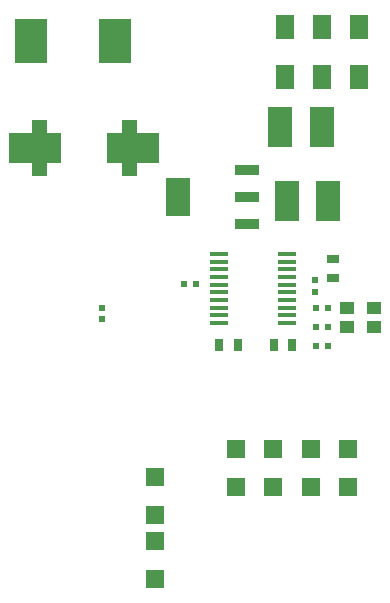
<source format=gtp>
G04*
G04 #@! TF.GenerationSoftware,Altium Limited,Altium Designer,20.0.13 (296)*
G04*
G04 Layer_Color=8421504*
%FSLAX44Y44*%
%MOMM*%
G71*
G01*
G75*
%ADD16R,1.5000X2.1200*%
%ADD17R,0.6000X0.5000*%
%ADD18R,1.0000X0.8000*%
%ADD19R,0.5000X0.6000*%
%ADD20R,2.7940X3.8100*%
%ADD21R,2.1500X3.5000*%
%ADD22R,2.1500X0.9500*%
%ADD23R,2.1500X3.2500*%
%ADD24R,1.5600X0.4100*%
%ADD25R,1.6000X1.6000*%
%ADD26R,0.8000X1.0000*%
%ADD27R,1.2500X1.1000*%
G36*
X24750Y585500D02*
X5750D01*
Y610500D01*
X24750D01*
Y621500D01*
X37750D01*
Y610500D01*
X49750D01*
Y585500D01*
X37750D01*
Y574500D01*
X24750D01*
Y585500D01*
D02*
G37*
G36*
X100750D02*
X88750D01*
Y610500D01*
X100750D01*
Y621500D01*
X113750D01*
Y610500D01*
X132750D01*
Y585500D01*
X113750D01*
Y574500D01*
X100750D01*
Y585500D01*
D02*
G37*
D16*
X301500Y658350D02*
D03*
Y700650D02*
D03*
X270250Y658350D02*
D03*
Y700650D02*
D03*
X238776Y658350D02*
D03*
Y700650D02*
D03*
D17*
X264250Y476000D02*
D03*
Y486000D02*
D03*
X84000Y462750D02*
D03*
Y452750D02*
D03*
D18*
X279750Y504000D02*
D03*
Y488000D02*
D03*
D19*
X164062Y482313D02*
D03*
X154062D02*
D03*
X275500Y430250D02*
D03*
X265500D02*
D03*
X275250Y462500D02*
D03*
X265250D02*
D03*
X275500Y446000D02*
D03*
X265500D02*
D03*
D20*
X24065Y688000D02*
D03*
X95435D02*
D03*
D21*
X235250Y615750D02*
D03*
X270250D02*
D03*
X275500Y553000D02*
D03*
X240500D02*
D03*
D22*
X206750Y533250D02*
D03*
Y556250D02*
D03*
Y579250D02*
D03*
D23*
X148750Y556250D02*
D03*
D24*
X240550Y449500D02*
D03*
Y456000D02*
D03*
Y462500D02*
D03*
Y469000D02*
D03*
Y475500D02*
D03*
Y482000D02*
D03*
Y488500D02*
D03*
Y495000D02*
D03*
Y501500D02*
D03*
Y508000D02*
D03*
X182950D02*
D03*
Y501500D02*
D03*
Y495000D02*
D03*
Y488500D02*
D03*
Y482000D02*
D03*
Y475500D02*
D03*
Y469000D02*
D03*
Y462500D02*
D03*
Y456000D02*
D03*
Y449500D02*
D03*
D25*
X292500Y343000D02*
D03*
Y311000D02*
D03*
X260833D02*
D03*
Y343000D02*
D03*
X229167D02*
D03*
Y311000D02*
D03*
X197500D02*
D03*
Y343000D02*
D03*
X129000Y287250D02*
D03*
Y319250D02*
D03*
Y232750D02*
D03*
Y264750D02*
D03*
D26*
X245500Y431250D02*
D03*
X229500D02*
D03*
X183500D02*
D03*
X199500D02*
D03*
D27*
X291250Y446000D02*
D03*
X314250D02*
D03*
X291500Y462250D02*
D03*
X314500D02*
D03*
M02*

</source>
